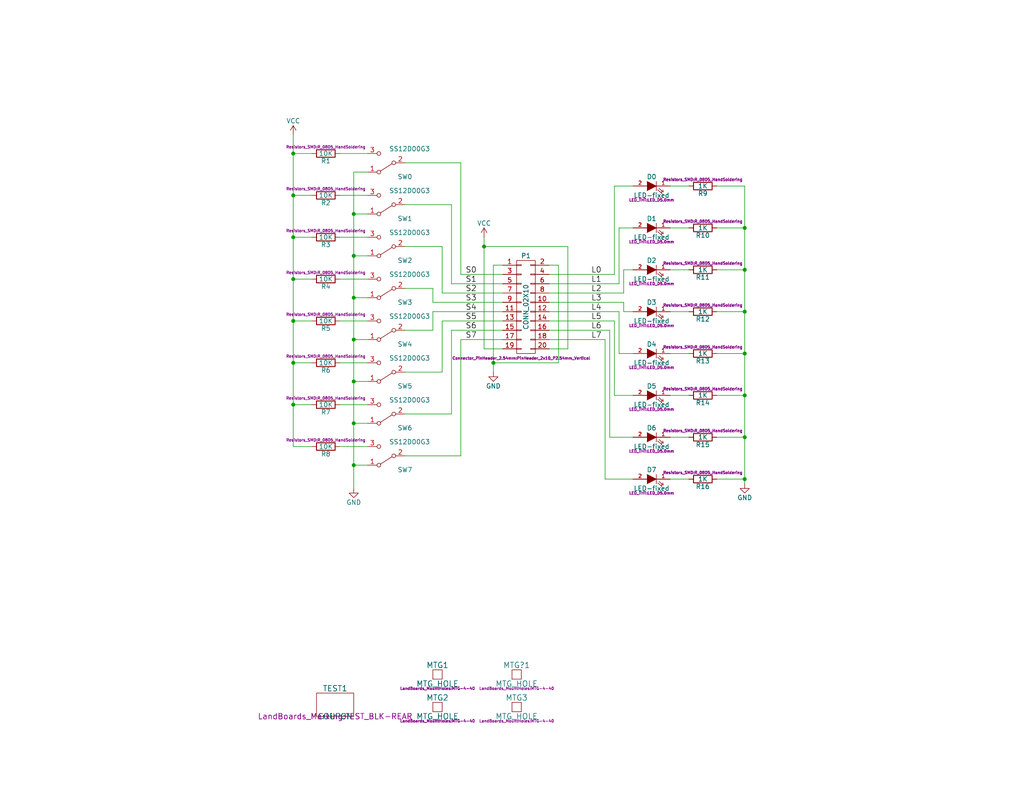
<source format=kicad_sch>
(kicad_sch (version 20211123) (generator eeschema)
  (paper "A")
  (title_block (title "SWITCHX8") (date "2022-05-23") (rev "2") (company "land-boards.com"))
  (lib_symbols
    (symbol "Device:R" (pin_numbers hide) (pin_names (offset 0))
      (property "Reference" "R" (at 2.032 0 90))
      (property "Value" "R" (at 0 0 90))
      (symbol "R_0_1"
        (rectangle (start -1.016 -2.54) (end 1.016 2.54) (stroke (width 0.254)))
      )
      (symbol "R_1_1"
        (pin passive line (at 0 3.81 270) (length 1.27) (name "~") (number "1"))
        (pin passive line (at 0 -3.81 90) (length 1.27) (name "~") (number "2"))
      )
    )
    (symbol "SWLEDX8-rescue:CONN_02X10" (pin_names (offset 0.0254) hide)
      (property "Reference" "P" (at 0 13.97 0))
      (property "Value" "CONN_02X10" (at 0 0 90))
      (symbol "CONN_02X10_0_1"
        (rectangle (start -2.54 -11.303) (end -1.27 -11.557))
        (rectangle (start -2.54 -8.763) (end -1.27 -9.017))
        (rectangle (start -2.54 -6.223) (end -1.27 -6.477))
        (rectangle (start -2.54 -3.683) (end -1.27 -3.937))
        (rectangle (start -2.54 -1.143) (end -1.27 -1.397))
        (rectangle (start -2.54 1.397) (end -1.27 1.143))
        (rectangle (start -2.54 3.937) (end -1.27 3.683))
        (rectangle (start -2.54 6.477) (end -1.27 6.223))
        (rectangle (start -2.54 9.017) (end -1.27 8.763))
        (rectangle (start -2.54 11.557) (end -1.27 11.303))
        (rectangle (start -2.54 12.7) (end 2.54 -12.7))
        (rectangle (start 1.27 -11.303) (end 2.54 -11.557))
        (rectangle (start 1.27 -8.763) (end 2.54 -9.017))
        (rectangle (start 1.27 -6.223) (end 2.54 -6.477))
        (rectangle (start 1.27 -3.683) (end 2.54 -3.937))
        (rectangle (start 1.27 -1.143) (end 2.54 -1.397))
        (rectangle (start 1.27 1.397) (end 2.54 1.143))
        (rectangle (start 1.27 3.937) (end 2.54 3.683))
        (rectangle (start 1.27 6.477) (end 2.54 6.223))
        (rectangle (start 1.27 9.017) (end 2.54 8.763))
        (rectangle (start 1.27 11.557) (end 2.54 11.303))
      )
      (symbol "CONN_02X10_1_1"
        (pin passive line (at -6.35 11.43 0) (length 3.81) (name "P1") (number "1"))
        (pin passive line (at 6.35 1.27 180) (length 3.81) (name "P10") (number "10"))
        (pin passive line (at -6.35 -1.27 0) (length 3.81) (name "P11") (number "11"))
        (pin passive line (at 6.35 -1.27 180) (length 3.81) (name "P12") (number "12"))
        (pin passive line (at -6.35 -3.81 0) (length 3.81) (name "P13") (number "13"))
        (pin passive line (at 6.35 -3.81 180) (length 3.81) (name "P14") (number "14"))
        (pin passive line (at -6.35 -6.35 0) (length 3.81) (name "P15") (number "15"))
        (pin passive line (at 6.35 -6.35 180) (length 3.81) (name "P16") (number "16"))
        (pin passive line (at -6.35 -8.89 0) (length 3.81) (name "P17") (number "17"))
        (pin passive line (at 6.35 -8.89 180) (length 3.81) (name "P18") (number "18"))
        (pin passive line (at -6.35 -11.43 0) (length 3.81) (name "P19") (number "19"))
        (pin passive line (at 6.35 11.43 180) (length 3.81) (name "P2") (number "2"))
        (pin passive line (at 6.35 -11.43 180) (length 3.81) (name "P20") (number "20"))
        (pin passive line (at -6.35 8.89 0) (length 3.81) (name "P3") (number "3"))
        (pin passive line (at 6.35 8.89 180) (length 3.81) (name "P4") (number "4"))
        (pin passive line (at -6.35 6.35 0) (length 3.81) (name "P5") (number "5"))
        (pin passive line (at 6.35 6.35 180) (length 3.81) (name "P6") (number "6"))
        (pin passive line (at -6.35 3.81 0) (length 3.81) (name "P7") (number "7"))
        (pin passive line (at 6.35 3.81 180) (length 3.81) (name "P8") (number "8"))
        (pin passive line (at -6.35 1.27 0) (length 3.81) (name "P9") (number "9"))
      )
    )
    (symbol "SWLEDX8-rescue:COUPON" (pin_names (offset 1.016))
      (property "Reference" "COUP?" (at 0 0 0))
      (property "Value" "COUPON" (at 0 0 0))
      (symbol "COUPON_0_1"
        (rectangle (start -5.08 0) (end 5.08 6.35))
      )
    )
    (symbol "SWLEDX8-rescue:LED-fixed" (pin_names (offset 1.016) hide)
      (property "Reference" "D" (at 0 2.54 0))
      (property "Value" "LED-fixed" (at 0 -2.54 0))
      (symbol "LED-fixed_0_1"
        (polyline (pts (xy 1.27 1.27) (xy 1.27 -1.27)))
        (polyline (pts (xy -1.27 1.27) (xy 1.27 0) (xy -1.27 -1.27)) (fill (type outline)))
        (polyline (pts (xy 1.651 -1.016) (xy 2.794 -2.032) (xy 2.667 -1.397)))
        (polyline (pts (xy 2.032 -0.635) (xy 3.175 -1.651) (xy 3.048 -1.016)))
      )
      (symbol "LED-fixed_1_1"
        (pin passive line (at 5.08 0 180) (length 3.81) (name "K") (number "1"))
        (pin passive line (at -5.08 0 0) (length 3.81) (name "A") (number "2"))
      )
    )
    (symbol "SWLEDX8-rescue:MTG_HOLE" (pin_names (offset 1.016))
      (property "Reference" "MTG?" (at 0 2.54 0))
      (property "Value" "MTG_HOLE" (at 0 -2.54 0))
      (symbol "MTG_HOLE_0_1"
        (rectangle (start -1.27 -1.27) (end 1.27 -1.27))
        (rectangle (start -1.27 1.27) (end -1.27 -1.27))
        (rectangle (start 1.27 1.27) (end -1.27 1.27))
        (rectangle (start 1.27 1.27) (end 1.27 -1.27))
      )
    )
    (symbol "Switch:SW_SPDT" (pin_names (offset 0) hide)
      (property "Reference" "SW" (at 0 4.318 0))
      (property "Value" "SW_SPDT" (at 0 -5.08 0))
      (symbol "SW_SPDT_0_0"
        (circle (center -2.032 0) (radius 0.508))
        (circle (center 2.032 -2.54) (radius 0.508))
      )
      (symbol "SW_SPDT_0_1"
        (polyline (pts (xy -1.524 0.254) (xy 1.651 2.286)))
        (circle (center 2.032 2.54) (radius 0.508))
      )
      (symbol "SW_SPDT_1_1"
        (pin passive line (at 5.08 2.54 180) (length 2.54) (name "A") (number "1"))
        (pin passive line (at -5.08 0 0) (length 2.54) (name "B") (number "2"))
        (pin passive line (at 5.08 -2.54 180) (length 2.54) (name "C") (number "3"))
      )
    )
    (symbol "power:GND" (power) (pin_names (offset 0))
      (property "Value" "GND" (at 0 -3.81 0))
      (symbol "GND_0_1"
        (polyline (pts (xy 0 0) (xy 0 -1.27) (xy 1.27 -1.27) (xy 0 -2.54) (xy -1.27 -1.27) (xy 0 -1.27)))
      )
      (symbol "GND_1_1"
        (pin power_in line (at 0 0 270) (length 0) hide (name "GND") (number "1"))
      )
    )
    (symbol "power:VCC" (power) (pin_names (offset 0))
      (property "Value" "VCC" (at 0 3.81 0))
      (symbol "VCC_0_1"
        (polyline (pts (xy -0.762 1.27) (xy 0 2.54)))
        (polyline (pts (xy 0 0) (xy 0 2.54)))
        (polyline (pts (xy 0 2.54) (xy 0.762 1.27)))
      )
      (symbol "VCC_1_1"
        (pin power_in line (at 0 0 90) (length 0) hide (name "VCC") (number "1"))
      )
    )
  )
  (junction (at 203.2 62.23))
  (junction (at 96.52 69.85))
  (junction (at 80.01 99.06))
  (junction (at 80.01 110.49))
  (junction (at 96.52 81.28))
  (junction (at 134.62 99.06))
  (junction (at 96.52 58.42))
  (junction (at 132.08 67.31))
  (junction (at 203.2 85.09))
  (junction (at 80.01 53.34))
  (junction (at 203.2 107.95))
  (junction (at 203.2 130.81))
  (junction (at 96.52 127))
  (junction (at 80.01 87.63))
  (junction (at 203.2 96.52))
  (junction (at 96.52 115.57))
  (junction (at 96.52 92.71))
  (junction (at 203.2 73.66))
  (junction (at 203.2 119.38))
  (junction (at 80.01 64.77))
  (junction (at 80.01 76.2))
  (junction (at 96.52 104.14))
  (junction (at 80.01 41.91))
  (wire (pts (xy 203.2 50.8) (xy 203.2 62.23)))
  (wire (pts (xy 96.52 69.85) (xy 96.52 81.28)))
  (wire (pts (xy 120.65 101.6) (xy 120.65 87.63)))
  (wire (pts (xy 96.52 92.71) (xy 96.52 104.14)))
  (wire (pts (xy 132.08 95.25) (xy 137.16 95.25)))
  (wire (pts (xy 195.58 50.8) (xy 203.2 50.8)))
  (wire (pts (xy 118.11 85.09) (xy 118.11 90.17)))
  (wire (pts (xy 123.19 55.88) (xy 110.49 55.88)))
  (wire (pts (xy 118.11 78.74) (xy 110.49 78.74)))
  (wire (pts (xy 203.2 85.09) (xy 195.58 85.09)))
  (wire (pts (xy 92.71 53.34) (xy 100.33 53.34)))
  (wire (pts (xy 152.4 72.39) (xy 152.4 99.06)))
  (wire (pts (xy 100.33 115.57) (xy 96.52 115.57)))
  (wire (pts (xy 96.52 46.99) (xy 96.52 58.42)))
  (wire (pts (xy 92.71 99.06) (xy 100.33 99.06)))
  (wire (pts (xy 165.1 130.81) (xy 172.72 130.81)))
  (wire (pts (xy 149.86 80.01) (xy 170.18 80.01)))
  (wire (pts (xy 187.96 96.52) (xy 182.88 96.52)))
  (wire (pts (xy 96.52 127) (xy 96.52 133.35)))
  (wire (pts (xy 137.16 80.01) (xy 120.65 80.01)))
  (wire (pts (xy 168.91 96.52) (xy 172.72 96.52)))
  (wire (pts (xy 118.11 82.55) (xy 118.11 78.74)))
  (wire (pts (xy 85.09 76.2) (xy 80.01 76.2)))
  (wire (pts (xy 154.94 67.31) (xy 154.94 95.25)))
  (wire (pts (xy 203.2 85.09) (xy 203.2 96.52)))
  (wire (pts (xy 92.71 87.63) (xy 100.33 87.63)))
  (wire (pts (xy 80.01 76.2) (xy 80.01 87.63)))
  (wire (pts (xy 96.52 127) (xy 100.33 127)))
  (wire (pts (xy 110.49 113.03) (xy 123.19 113.03)))
  (wire (pts (xy 125.73 92.71) (xy 137.16 92.71)))
  (wire (pts (xy 167.64 87.63) (xy 167.64 107.95)))
  (wire (pts (xy 85.09 99.06) (xy 80.01 99.06)))
  (wire (pts (xy 85.09 87.63) (xy 80.01 87.63)))
  (wire (pts (xy 132.08 67.31) (xy 132.08 95.25)))
  (wire (pts (xy 134.62 72.39) (xy 134.62 99.06)))
  (wire (pts (xy 85.09 64.77) (xy 80.01 64.77)))
  (wire (pts (xy 118.11 90.17) (xy 110.49 90.17)))
  (wire (pts (xy 203.2 130.81) (xy 195.58 130.81)))
  (wire (pts (xy 203.2 130.81) (xy 203.2 132.08)))
  (wire (pts (xy 80.01 41.91) (xy 85.09 41.91)))
  (wire (pts (xy 96.52 115.57) (xy 96.52 127)))
  (wire (pts (xy 110.49 44.45) (xy 125.73 44.45)))
  (wire (pts (xy 100.33 104.14) (xy 96.52 104.14)))
  (wire (pts (xy 182.88 130.81) (xy 187.96 130.81)))
  (wire (pts (xy 123.19 90.17) (xy 137.16 90.17)))
  (wire (pts (xy 187.96 119.38) (xy 182.88 119.38)))
  (wire (pts (xy 80.01 121.92) (xy 85.09 121.92)))
  (wire (pts (xy 149.86 87.63) (xy 167.64 87.63)))
  (wire (pts (xy 80.01 41.91) (xy 80.01 53.34)))
  (wire (pts (xy 166.37 90.17) (xy 166.37 119.38)))
  (wire (pts (xy 80.01 110.49) (xy 80.01 121.92)))
  (wire (pts (xy 187.96 62.23) (xy 182.88 62.23)))
  (wire (pts (xy 92.71 76.2) (xy 100.33 76.2)))
  (wire (pts (xy 203.2 62.23) (xy 203.2 73.66)))
  (wire (pts (xy 149.86 77.47) (xy 168.91 77.47)))
  (wire (pts (xy 85.09 53.34) (xy 80.01 53.34)))
  (wire (pts (xy 167.64 107.95) (xy 172.72 107.95)))
  (wire (pts (xy 195.58 62.23) (xy 203.2 62.23)))
  (wire (pts (xy 203.2 73.66) (xy 203.2 85.09)))
  (wire (pts (xy 149.86 92.71) (xy 165.1 92.71)))
  (wire (pts (xy 123.19 77.47) (xy 123.19 55.88)))
  (wire (pts (xy 80.01 99.06) (xy 80.01 110.49)))
  (wire (pts (xy 168.91 62.23) (xy 172.72 62.23)))
  (wire (pts (xy 149.86 82.55) (xy 170.18 82.55)))
  (wire (pts (xy 96.52 58.42) (xy 96.52 69.85)))
  (wire (pts (xy 134.62 99.06) (xy 152.4 99.06)))
  (wire (pts (xy 137.16 77.47) (xy 123.19 77.47)))
  (wire (pts (xy 203.2 107.95) (xy 203.2 119.38)))
  (wire (pts (xy 92.71 121.92) (xy 100.33 121.92)))
  (wire (pts (xy 187.96 85.09) (xy 182.88 85.09)))
  (wire (pts (xy 80.01 53.34) (xy 80.01 64.77)))
  (wire (pts (xy 137.16 82.55) (xy 118.11 82.55)))
  (wire (pts (xy 96.52 81.28) (xy 96.52 92.71)))
  (wire (pts (xy 123.19 113.03) (xy 123.19 90.17)))
  (wire (pts (xy 149.86 74.93) (xy 167.64 74.93)))
  (wire (pts (xy 125.73 124.46) (xy 125.73 92.71)))
  (wire (pts (xy 132.08 64.77) (xy 132.08 67.31)))
  (wire (pts (xy 100.33 81.28) (xy 96.52 81.28)))
  (wire (pts (xy 134.62 72.39) (xy 137.16 72.39)))
  (wire (pts (xy 203.2 96.52) (xy 195.58 96.52)))
  (wire (pts (xy 149.86 85.09) (xy 168.91 85.09)))
  (wire (pts (xy 120.65 87.63) (xy 137.16 87.63)))
  (wire (pts (xy 203.2 96.52) (xy 203.2 107.95)))
  (wire (pts (xy 187.96 107.95) (xy 182.88 107.95)))
  (wire (pts (xy 80.01 64.77) (xy 80.01 76.2)))
  (wire (pts (xy 154.94 95.25) (xy 149.86 95.25)))
  (wire (pts (xy 100.33 58.42) (xy 96.52 58.42)))
  (wire (pts (xy 110.49 124.46) (xy 125.73 124.46)))
  (wire (pts (xy 85.09 110.49) (xy 80.01 110.49)))
  (wire (pts (xy 167.64 74.93) (xy 167.64 50.8)))
  (wire (pts (xy 100.33 46.99) (xy 96.52 46.99)))
  (wire (pts (xy 168.91 77.47) (xy 168.91 62.23)))
  (wire (pts (xy 166.37 119.38) (xy 172.72 119.38)))
  (wire (pts (xy 134.62 99.06) (xy 134.62 101.6)))
  (wire (pts (xy 80.01 87.63) (xy 80.01 99.06)))
  (wire (pts (xy 120.65 67.31) (xy 110.49 67.31)))
  (wire (pts (xy 187.96 73.66) (xy 182.88 73.66)))
  (wire (pts (xy 100.33 69.85) (xy 96.52 69.85)))
  (wire (pts (xy 96.52 104.14) (xy 96.52 115.57)))
  (wire (pts (xy 149.86 90.17) (xy 166.37 90.17)))
  (wire (pts (xy 170.18 85.09) (xy 172.72 85.09)))
  (wire (pts (xy 120.65 80.01) (xy 120.65 67.31)))
  (wire (pts (xy 100.33 92.71) (xy 96.52 92.71)))
  (wire (pts (xy 203.2 107.95) (xy 195.58 107.95)))
  (wire (pts (xy 110.49 101.6) (xy 120.65 101.6)))
  (wire (pts (xy 203.2 119.38) (xy 195.58 119.38)))
  (wire (pts (xy 149.86 72.39) (xy 152.4 72.39)))
  (wire (pts (xy 170.18 80.01) (xy 170.18 73.66)))
  (wire (pts (xy 132.08 67.31) (xy 154.94 67.31)))
  (wire (pts (xy 203.2 73.66) (xy 195.58 73.66)))
  (wire (pts (xy 165.1 92.71) (xy 165.1 130.81)))
  (wire (pts (xy 170.18 73.66) (xy 172.72 73.66)))
  (wire (pts (xy 92.71 41.91) (xy 100.33 41.91)))
  (wire (pts (xy 170.18 82.55) (xy 170.18 85.09)))
  (wire (pts (xy 182.88 50.8) (xy 187.96 50.8)))
  (wire (pts (xy 203.2 119.38) (xy 203.2 130.81)))
  (wire (pts (xy 80.01 36.83) (xy 80.01 41.91)))
  (wire (pts (xy 92.71 64.77) (xy 100.33 64.77)))
  (wire (pts (xy 168.91 85.09) (xy 168.91 96.52)))
  (wire (pts (xy 92.71 110.49) (xy 100.33 110.49)))
  (wire (pts (xy 167.64 50.8) (xy 172.72 50.8)))
  (wire (pts (xy 125.73 44.45) (xy 125.73 74.93)))
  (wire (pts (xy 125.73 74.93) (xy 137.16 74.93)))
  (wire (pts (xy 137.16 85.09) (xy 118.11 85.09)))
  (label "L1" (at 161.29 77.47 0) (effects (font (size 1.524 1.524))))
  (label "S7" (at 127 92.71 0) (effects (font (size 1.524 1.524))))
  (label "L2" (at 161.29 80.01 0) (effects (font (size 1.524 1.524))))
  (label "S3" (at 127 82.55 0) (effects (font (size 1.524 1.524))))
  (label "S6" (at 127 90.17 0) (effects (font (size 1.524 1.524))))
  (label "S2" (at 127 80.01 0) (effects (font (size 1.524 1.524))))
  (label "S4" (at 127 85.09 0) (effects (font (size 1.524 1.524))))
  (label "S1" (at 127 77.47 0) (effects (font (size 1.524 1.524))))
  (label "S0" (at 127 74.93 0) (effects (font (size 1.524 1.524))))
  (label "L0" (at 161.29 74.93 0) (effects (font (size 1.524 1.524))))
  (label "L6" (at 161.29 90.17 0) (effects (font (size 1.524 1.524))))
  (label "L4" (at 161.29 85.09 0) (effects (font (size 1.524 1.524))))
  (label "L3" (at 161.29 82.55 0) (effects (font (size 1.524 1.524))))
  (label "L5" (at 161.29 87.63 0) (effects (font (size 1.524 1.524))))
  (label "L7" (at 161.29 92.71 0) (effects (font (size 1.524 1.524))))
  (label "S5" (at 127 87.63 0) (effects (font (size 1.524 1.524))))
  (symbol (lib_id "Switch:SW_SPDT") (at 105.41 124.46 180) (unit 1)
    (property "Reference" "SW7" (at 110.49 128.27 0))
    (property "Value" "SS12D00G3" (at 111.76 120.65 0))
    (property "Footprint" "Connector_PinHeader_2.54mm:PinHeader_1x03_P2.54mm_Vertical" (effects hide))
    (property "Datasheet" "https://www.ebay.com/sch/i.html?_from=R40&_trksid=p2334524.m570.l1313&_nkw=slide+switch+ss12d00g3&_sacat=0&LH_TitleDesc=0&LH_FS=1&_odkw=slide+switch+ss12d00g4&_osacat=0&_sop=15" (effects hide))
  )
  (symbol (lib_id "Device:R") (at 88.9 121.92 270) (unit 1)
    (property "Reference" "R8" (at 88.9 123.952 90))
    (property "Value" "10K" (at 88.9 121.92 90))
    (property "Footprint" "Resistors_SMD:R_0805_HandSoldering" (at 88.9 120.142 90) (effects (font (size 0.762 0.762))))
  )
  (symbol (lib_id "Device:R") (at 88.9 110.49 270) (unit 1)
    (property "Reference" "R7" (at 88.9 112.522 90))
    (property "Value" "10K" (at 88.9 110.49 90))
    (property "Footprint" "Resistors_SMD:R_0805_HandSoldering" (at 88.9 108.712 90) (effects (font (size 0.762 0.762))))
  )
  (symbol (lib_id "Device:R") (at 88.9 99.06 270) (unit 1)
    (property "Reference" "R6" (at 88.9 101.092 90))
    (property "Value" "10K" (at 88.9 99.06 90))
    (property "Footprint" "Resistors_SMD:R_0805_HandSoldering" (at 88.9 97.282 90) (effects (font (size 0.762 0.762))))
  )
  (symbol (lib_id "Device:R") (at 88.9 87.63 270) (unit 1)
    (property "Reference" "R5" (at 88.9 89.662 90))
    (property "Value" "10K" (at 88.9 87.63 90))
    (property "Footprint" "Resistors_SMD:R_0805_HandSoldering" (at 88.9 85.852 90) (effects (font (size 0.762 0.762))))
  )
  (symbol (lib_id "Device:R") (at 88.9 76.2 270) (unit 1)
    (property "Reference" "R4" (at 88.9 78.232 90))
    (property "Value" "10K" (at 88.9 76.2 90))
    (property "Footprint" "Resistors_SMD:R_0805_HandSoldering" (at 88.9 74.422 90) (effects (font (size 0.762 0.762))))
  )
  (symbol (lib_id "Device:R") (at 88.9 64.77 270) (unit 1)
    (property "Reference" "R3" (at 88.9 66.802 90))
    (property "Value" "10K" (at 88.9 64.77 90))
    (property "Footprint" "Resistors_SMD:R_0805_HandSoldering" (at 88.9 62.992 90) (effects (font (size 0.762 0.762))))
  )
  (symbol (lib_id "Device:R") (at 88.9 53.34 270) (unit 1)
    (property "Reference" "R2" (at 88.9 55.372 90))
    (property "Value" "10K" (at 88.9 53.34 90))
    (property "Footprint" "Resistors_SMD:R_0805_HandSoldering" (at 88.9 51.562 90) (effects (font (size 0.762 0.762))))
  )
  (symbol (lib_id "Device:R") (at 88.9 41.91 270) (unit 1)
    (property "Reference" "R1" (at 88.9 43.942 90))
    (property "Value" "10K" (at 88.9 41.91 90))
    (property "Footprint" "Resistors_SMD:R_0805_HandSoldering" (at 88.9 40.132 90) (effects (font (size 0.762 0.762))))
  )
  (symbol (lib_id "power:VCC") (at 80.01 36.83 0) (unit 1)
    (property "Reference" "#PWR01" (effects hide))
    (property "Value" "VCC" (at 80.01 33.02 0))
  )
  (symbol (lib_id "power:GND") (at 96.52 133.35 0) (unit 1)
    (property "Reference" "#PWR02" (effects hide))
    (property "Value" "GND" (at 96.52 137.16 0))
  )
  (symbol (lib_id "Switch:SW_SPDT") (at 105.41 113.03 180) (unit 1)
    (property "Reference" "SW6" (at 110.49 116.84 0))
    (property "Value" "SS12D00G3" (at 111.76 109.22 0))
    (property "Footprint" "Connector_PinHeader_2.54mm:PinHeader_1x03_P2.54mm_Vertical" (effects hide))
    (property "Datasheet" "https://www.ebay.com/sch/i.html?_from=R40&_trksid=p2334524.m570.l1313&_nkw=slide+switch+ss12d00g3&_sacat=0&LH_TitleDesc=0&LH_FS=1&_odkw=slide+switch+ss12d00g4&_osacat=0&_sop=15" (effects hide))
  )
  (symbol (lib_id "Switch:SW_SPDT") (at 105.41 101.6 180) (unit 1)
    (property "Reference" "SW5" (at 110.49 105.41 0))
    (property "Value" "SS12D00G3" (at 111.76 97.79 0))
    (property "Footprint" "Connector_PinHeader_2.54mm:PinHeader_1x03_P2.54mm_Vertical" (effects hide))
    (property "Datasheet" "https://www.ebay.com/sch/i.html?_from=R40&_trksid=p2334524.m570.l1313&_nkw=slide+switch+ss12d00g3&_sacat=0&LH_TitleDesc=0&LH_FS=1&_odkw=slide+switch+ss12d00g4&_osacat=0&_sop=15" (effects hide))
  )
  (symbol (lib_id "Switch:SW_SPDT") (at 105.41 90.17 180) (unit 1)
    (property "Reference" "SW4" (at 110.49 93.98 0))
    (property "Value" "SS12D00G3" (at 111.76 86.36 0))
    (property "Footprint" "Connector_PinHeader_2.54mm:PinHeader_1x03_P2.54mm_Vertical" (effects hide))
    (property "Datasheet" "https://www.ebay.com/sch/i.html?_from=R40&_trksid=p2334524.m570.l1313&_nkw=slide+switch+ss12d00g3&_sacat=0&LH_TitleDesc=0&LH_FS=1&_odkw=slide+switch+ss12d00g4&_osacat=0&_sop=15" (effects hide))
  )
  (symbol (lib_id "Switch:SW_SPDT") (at 105.41 78.74 180) (unit 1)
    (property "Reference" "SW3" (at 110.49 82.55 0))
    (property "Value" "SS12D00G3" (at 111.76 74.93 0))
    (property "Footprint" "Connector_PinHeader_2.54mm:PinHeader_1x03_P2.54mm_Vertical" (effects hide))
    (property "Datasheet" "https://www.ebay.com/sch/i.html?_from=R40&_trksid=p2334524.m570.l1313&_nkw=slide+switch+ss12d00g3&_sacat=0&LH_TitleDesc=0&LH_FS=1&_odkw=slide+switch+ss12d00g4&_osacat=0&_sop=15" (effects hide))
  )
  (symbol (lib_id "Switch:SW_SPDT") (at 105.41 67.31 180) (unit 1)
    (property "Reference" "SW2" (at 110.49 71.12 0))
    (property "Value" "SS12D00G3" (at 111.76 63.5 0))
    (property "Footprint" "Connector_PinHeader_2.54mm:PinHeader_1x03_P2.54mm_Vertical" (effects hide))
    (property "Datasheet" "https://www.ebay.com/sch/i.html?_from=R40&_trksid=p2334524.m570.l1313&_nkw=slide+switch+ss12d00g3&_sacat=0&LH_TitleDesc=0&LH_FS=1&_odkw=slide+switch+ss12d00g4&_osacat=0&_sop=15" (effects hide))
  )
  (symbol (lib_id "Switch:SW_SPDT") (at 105.41 55.88 180) (unit 1)
    (property "Reference" "SW1" (at 110.49 59.69 0))
    (property "Value" "SS12D00G3" (at 111.76 52.07 0))
    (property "Footprint" "Connector_PinHeader_2.54mm:PinHeader_1x03_P2.54mm_Vertical" (effects hide))
    (property "Datasheet" "https://www.ebay.com/sch/i.html?_from=R40&_trksid=p2334524.m570.l1313&_nkw=slide+switch+ss12d00g3&_sacat=0&LH_TitleDesc=0&LH_FS=1&_odkw=slide+switch+ss12d00g4&_osacat=0&_sop=15" (effects hide))
  )
  (symbol (lib_id "Switch:SW_SPDT") (at 105.41 44.45 180) (unit 1)
    (property "Reference" "SW0" (at 110.49 48.26 0))
    (property "Value" "SS12D00G3" (at 111.76 40.64 0))
    (property "Footprint" "Connector_PinHeader_2.54mm:PinHeader_1x03_P2.54mm_Vertical" (effects hide))
    (property "Datasheet" "https://www.ebay.com/sch/i.html?_from=R40&_trksid=p2334524.m570.l1313&_nkw=slide+switch+ss12d00g3&_sacat=0&LH_TitleDesc=0&LH_FS=1&_odkw=slide+switch+ss12d00g4&_osacat=0&_sop=15" (effects hide))
  )
  (symbol (lib_id "power:VCC") (at 132.08 64.77 0) (unit 1)
    (property "Reference" "#PWR03" (effects hide))
    (property "Value" "VCC" (at 132.08 60.96 0))
  )
  (symbol (lib_id "power:GND") (at 134.62 101.6 0) (unit 1)
    (property "Reference" "#PWR04" (effects hide))
    (property "Value" "GND" (at 134.62 105.41 0))
  )
  (symbol (lib_id "SWLEDX8-rescue:CONN_02X10") (at 143.51 83.82 0) (unit 1)
    (property "Reference" "P1" (at 143.51 69.85 0))
    (property "Value" "CONN_02X10" (at 143.51 83.82 90))
    (property "Footprint" "Connector_PinHeader_2.54mm:PinHeader_2x10_P2.54mm_Vertical" (at 142.24 97.79 0) (effects (font (size 0.762 0.762))))
  )
  (symbol (lib_id "Device:R") (at 191.77 130.81 270) (unit 1)
    (property "Reference" "R16" (at 191.77 132.842 90))
    (property "Value" "1K" (at 191.77 130.81 90))
    (property "Footprint" "Resistors_SMD:R_0805_HandSoldering" (at 191.77 129.032 90) (effects (font (size 0.762 0.762))))
  )
  (symbol (lib_id "Device:R") (at 191.77 119.38 270) (unit 1)
    (property "Reference" "R15" (at 191.77 121.412 90))
    (property "Value" "1K" (at 191.77 119.38 90))
    (property "Footprint" "Resistors_SMD:R_0805_HandSoldering" (at 191.77 117.602 90) (effects (font (size 0.762 0.762))))
  )
  (symbol (lib_id "Device:R") (at 191.77 107.95 270) (unit 1)
    (property "Reference" "R14" (at 191.77 109.982 90))
    (property "Value" "1K" (at 191.77 107.95 90))
    (property "Footprint" "Resistors_SMD:R_0805_HandSoldering" (at 191.77 106.172 90) (effects (font (size 0.762 0.762))))
  )
  (symbol (lib_id "Device:R") (at 191.77 96.52 270) (unit 1)
    (property "Reference" "R13" (at 191.77 98.552 90))
    (property "Value" "1K" (at 191.77 96.52 90))
    (property "Footprint" "Resistors_SMD:R_0805_HandSoldering" (at 191.77 94.742 90) (effects (font (size 0.762 0.762))))
  )
  (symbol (lib_id "Device:R") (at 191.77 85.09 270) (unit 1)
    (property "Reference" "R12" (at 191.77 87.122 90))
    (property "Value" "1K" (at 191.77 85.09 90))
    (property "Footprint" "Resistors_SMD:R_0805_HandSoldering" (at 191.77 83.312 90) (effects (font (size 0.762 0.762))))
  )
  (symbol (lib_id "Device:R") (at 191.77 73.66 270) (unit 1)
    (property "Reference" "R11" (at 191.77 75.692 90))
    (property "Value" "1K" (at 191.77 73.66 90))
    (property "Footprint" "Resistors_SMD:R_0805_HandSoldering" (at 191.77 71.882 90) (effects (font (size 0.762 0.762))))
  )
  (symbol (lib_id "Device:R") (at 191.77 62.23 270) (unit 1)
    (property "Reference" "R10" (at 191.77 64.262 90))
    (property "Value" "1K" (at 191.77 62.23 90))
    (property "Footprint" "Resistors_SMD:R_0805_HandSoldering" (at 191.77 60.452 90) (effects (font (size 0.762 0.762))))
  )
  (symbol (lib_id "Device:R") (at 191.77 50.8 270) (unit 1)
    (property "Reference" "R9" (at 191.77 52.832 90))
    (property "Value" "1K" (at 191.77 50.8 90))
    (property "Footprint" "Resistors_SMD:R_0805_HandSoldering" (at 191.77 49.022 90) (effects (font (size 0.762 0.762))))
  )
  (symbol (lib_id "power:GND") (at 203.2 132.08 0) (unit 1)
    (property "Reference" "#PWR05" (effects hide))
    (property "Value" "GND" (at 203.2 135.89 0))
  )
  (symbol (lib_id "SWLEDX8-rescue:LED-fixed") (at 177.8 50.8 0) (unit 1)
    (property "Reference" "D0" (at 177.8 48.26 0))
    (property "Value" "LED-fixed" (at 177.8 53.34 0))
    (property "Footprint" "LED_THT:LED_D5.0mm" (at 177.8 54.61 0) (effects (font (size 0.762 0.762))))
  )
  (symbol (lib_id "SWLEDX8-rescue:LED-fixed") (at 177.8 62.23 0) (unit 1)
    (property "Reference" "D1" (at 177.8 59.69 0))
    (property "Value" "LED-fixed" (at 177.8 64.77 0))
    (property "Footprint" "LED_THT:LED_D5.0mm" (at 177.8 66.04 0) (effects (font (size 0.762 0.762))))
  )
  (symbol (lib_id "SWLEDX8-rescue:LED-fixed") (at 177.8 73.66 0) (unit 1)
    (property "Reference" "D2" (at 177.8 71.12 0))
    (property "Value" "LED-fixed" (at 177.8 76.2 0))
    (property "Footprint" "LED_THT:LED_D5.0mm" (at 177.8 77.47 0) (effects (font (size 0.762 0.762))))
  )
  (symbol (lib_id "SWLEDX8-rescue:LED-fixed") (at 177.8 85.09 0) (unit 1)
    (property "Reference" "D3" (at 177.8 82.55 0))
    (property "Value" "LED-fixed" (at 177.8 87.63 0))
    (property "Footprint" "LED_THT:LED_D5.0mm" (at 177.8 88.9 0) (effects (font (size 0.762 0.762))))
  )
  (symbol (lib_id "SWLEDX8-rescue:LED-fixed") (at 177.8 96.52 0) (unit 1)
    (property "Reference" "D4" (at 177.8 93.98 0))
    (property "Value" "LED-fixed" (at 177.8 99.06 0))
    (property "Footprint" "LED_THT:LED_D5.0mm" (at 177.8 100.33 0) (effects (font (size 0.762 0.762))))
  )
  (symbol (lib_id "SWLEDX8-rescue:LED-fixed") (at 177.8 107.95 0) (unit 1)
    (property "Reference" "D5" (at 177.8 105.41 0))
    (property "Value" "LED-fixed" (at 177.8 110.49 0))
    (property "Footprint" "LED_THT:LED_D5.0mm" (at 177.8 111.76 0) (effects (font (size 0.762 0.762))))
  )
  (symbol (lib_id "SWLEDX8-rescue:LED-fixed") (at 177.8 119.38 0) (unit 1)
    (property "Reference" "D6" (at 177.8 116.84 0))
    (property "Value" "LED-fixed" (at 177.8 121.92 0))
    (property "Footprint" "LED_THT:LED_D5.0mm" (at 177.8 123.19 0) (effects (font (size 0.762 0.762))))
  )
  (symbol (lib_id "SWLEDX8-rescue:LED-fixed") (at 177.8 130.81 0) (unit 1)
    (property "Reference" "D7" (at 177.8 128.27 0))
    (property "Value" "LED-fixed" (at 177.8 133.35 0))
    (property "Footprint" "LED_THT:LED_D5.0mm" (at 177.8 134.62 0) (effects (font (size 0.762 0.762))))
  )
  (symbol (lib_id "SWLEDX8-rescue:MTG_HOLE") (at 140.97 184.15 0) (unit 1)
    (property "Reference" "MTG?1" (at 140.97 181.61 0) (effects (font (size 1.524 1.524))))
    (property "Value" "MTG_HOLE" (at 140.97 186.69 0) (effects (font (size 1.524 1.524))))
    (property "Footprint" "LandBoards_MountHoles:MTG-4-40" (at 140.97 187.96 0) (effects (font (size 0.762 0.762))))
  )
  (symbol (lib_id "SWLEDX8-rescue:MTG_HOLE") (at 140.97 193.04 0) (unit 1)
    (property "Reference" "MTG3" (at 140.97 190.5 0) (effects (font (size 1.524 1.524))))
    (property "Value" "MTG_HOLE" (at 140.97 195.58 0) (effects (font (size 1.524 1.524))))
    (property "Footprint" "LandBoards_MountHoles:MTG-4-40" (at 140.97 196.85 0) (effects (font (size 0.762 0.762))))
  )
  (symbol (lib_id "SWLEDX8-rescue:MTG_HOLE") (at 119.38 193.04 0) (unit 1)
    (property "Reference" "MTG2" (at 119.38 190.5 0) (effects (font (size 1.524 1.524))))
    (property "Value" "MTG_HOLE" (at 119.38 195.58 0) (effects (font (size 1.524 1.524))))
    (property "Footprint" "LandBoards_MountHoles:MTG-4-40" (at 119.38 196.85 0) (effects (font (size 0.762 0.762))))
  )
  (symbol (lib_id "SWLEDX8-rescue:MTG_HOLE") (at 119.38 184.15 0) (unit 1)
    (property "Reference" "MTG1" (at 119.38 181.61 0) (effects (font (size 1.524 1.524))))
    (property "Value" "MTG_HOLE" (at 119.38 186.69 0) (effects (font (size 1.524 1.524))))
    (property "Footprint" "LandBoards_MountHoles:MTG-4-40" (at 119.38 187.96 0) (effects (font (size 0.762 0.762))))
  )
  (symbol (lib_id "SWLEDX8-rescue:COUPON") (at 91.44 195.58 0) (unit 1)
    (property "Reference" "TEST1" (at 91.44 187.96 0) (effects (font (size 1.524 1.524))))
    (property "Value" "COUPON" (at 91.44 195.58 0) (effects (font (size 1.524 1.524))))
    (property "Footprint" "LandBoards_Marking:TEST_BLK-REAR" (at 91.44 195.58 0) (effects (font (size 1.524 1.524))))
  )
)
</source>
